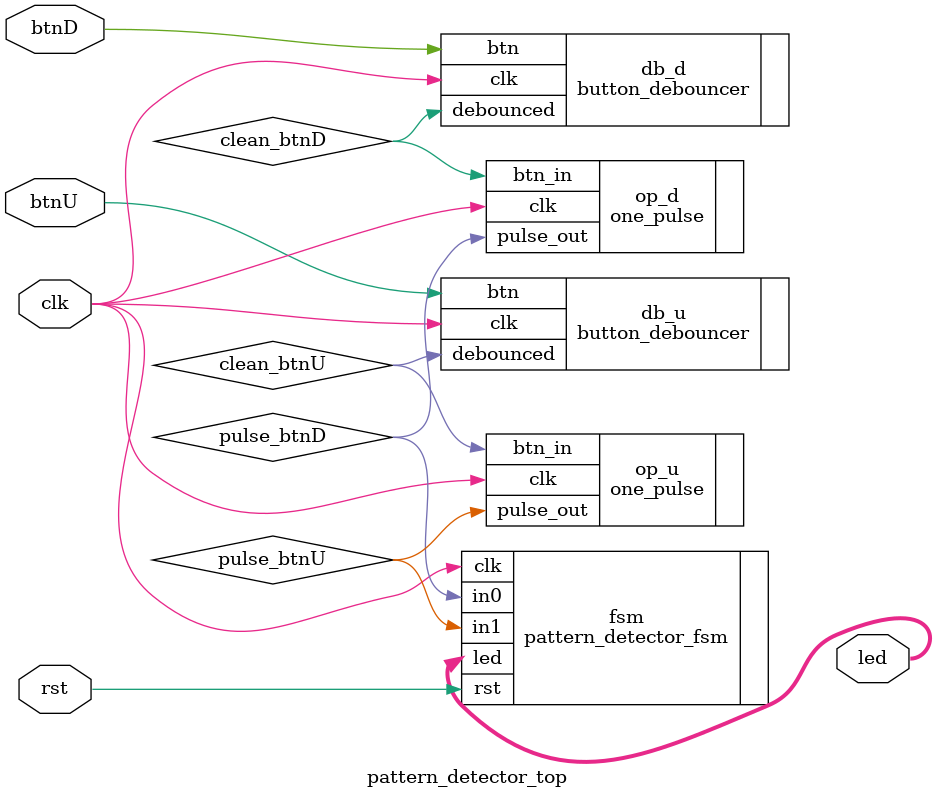
<source format=v>
`timescale 1ns / 1ps

module pattern_detector_top (
    input  wire clk,
    input  wire rst,      // 동기 리셋
    input  wire btnU,     // 1 입력 버튼
    input  wire btnD,     // 0 입력 버튼
    output wire [15:0] led // led[6:0] = 입력 표시, led[7] = 패턴 감지
);

    wire clean_btnU, clean_btnD;
    wire pulse_btnU, pulse_btnD;

    // 디바운싱
    button_debouncer db_u (
        .clk(clk),
        .btn(btnU),
        .debounced(clean_btnU)
    );

    button_debouncer db_d (
        .clk(clk),
        .btn(btnD),
        .debounced(clean_btnD)
    );

    // 원샷
    one_pulse op_u (
        .clk(clk),
        .btn_in(clean_btnU),
        .pulse_out(pulse_btnU)
    );

    one_pulse op_d (
        .clk(clk),
        .btn_in(clean_btnD),
        .pulse_out(pulse_btnD)
    );

    // FSM 동작
    pattern_detector_fsm fsm (
        .clk(clk),
        .rst(rst),
        .in1(pulse_btnU),
        .in0(pulse_btnD),
        .led(led)
    );

endmodule

</source>
